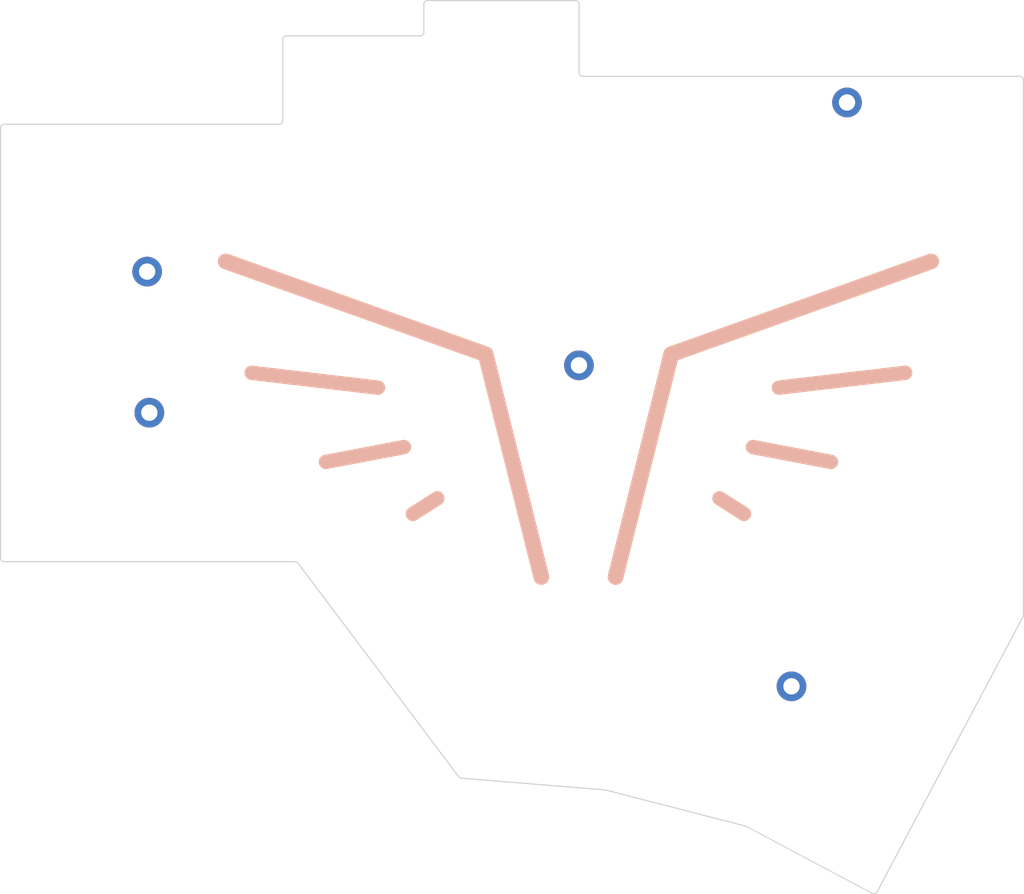
<source format=kicad_pcb>
(kicad_pcb (version 20221018) (generator pcbnew)
  (layers (0 "F.Cu" signal) (31 "B.Cu" signal) (34 "B.Paste" user) (35 "F.Paste" user) (36 "B.SilkS" user "B.Silkscreen") (37 "F.SilkS" user "F.Silkscreen") (38 "B.Mask" user) (39 "F.Mask" user) (44 "Edge.Cuts" user))
  (net 0 "")
  (footprint "" (layer "F.Cu") (at 147.217 87.011)
    (fp_text reference "" (at 0 0) (layer "F.SilkS") (effects (font (size 1.27 1.27))))
    (fp_text value "" (at 0 0) (layer "F.SilkS") (effects (font (size 1.27 1.27))))
    (pad "5" thru_hole circle (at 0 0) (size 4 4) (drill 2.2) (layers "*.Cu" "*.Mask"))
  )
  (footprint "keybs:wings_silkscreen_large" (layer "F.Cu") (at 147.15 98.23)
    (fp_text reference "REF**" hide)
    (fp_text value "wings_silkscreen_large" hide)
    (fp_line (start -27 -8.214) (end -44 -10.214) (stroke (width 1.939999)) (layer "F.SilkS"))
    (fp_line (start -23.5 -0.214) (end -34 1.786) (stroke (width 1.939999)) (layer "F.SilkS"))
    (fp_line (start -19 6.685998) (end -22.300001 8.786) (stroke (width 1.939999)) (layer "F.SilkS"))
    (fp_line (start -12.5 -12.714) (end -47.5 -25.214) (stroke (width 2.119999)) (layer "F.SilkS"))
    (fp_line (start -5 17.286) (end -12.5 -12.714) (stroke (width 2.119999)) (layer "F.SilkS"))
    (fp_line (start 5 17.286) (end 12.5 -12.714) (stroke (width 2.119999)) (layer "F.SilkS"))
    (fp_line (start 12.5 -12.714) (end 47.5 -25.214) (stroke (width 2.119999)) (layer "F.SilkS"))
    (fp_line (start 19 6.685998) (end 22.299995 8.786) (stroke (width 1.939999)) (layer "F.SilkS"))
    (fp_line (start 23.5 -0.214) (end 34 1.786) (stroke (width 1.939999)) (layer "F.SilkS"))
    (fp_line (start 27 -8.214) (end 44 -10.214) (stroke (width 1.939999)) (layer "F.SilkS"))
  )
  (footprint "" (layer "F.Cu") (at 89.067 74.386)
    (fp_text reference "" (at 0 0) (layer "F.SilkS") (effects (font (size 1.27 1.27))))
    (fp_text value "" (at 0 0) (layer "F.SilkS") (effects (font (size 1.27 1.27))))
    (pad "5" thru_hole circle (at 0 0) (size 4 4) (drill 2.2) (layers "*.Cu" "*.Mask"))
  )
  (footprint "" (layer "F.Cu") (at 183.317 51.611)
    (fp_text reference "" (at 0 0) (layer "F.SilkS") (effects (font (size 1.27 1.27))))
    (fp_text value "" (at 0 0) (layer "F.SilkS") (effects (font (size 1.27 1.27))))
    (pad "5" thru_hole circle (at 0 0) (size 4 4) (drill 2.2) (layers "*.Cu" "*.Mask"))
  )
  (footprint "" (layer "F.Cu") (at 89.367 93.386)
    (fp_text reference "" (at 0 0) (layer "F.SilkS") (effects (font (size 1.27 1.27))))
    (fp_text value "" (at 0 0) (layer "F.SilkS") (effects (font (size 1.27 1.27))))
    (pad "5" thru_hole circle (at 0 0) (size 4 4) (drill 2.2) (layers "*.Cu" "*.Mask"))
  )
  (footprint "" (layer "F.Cu") (at 175.842 130.236)
    (fp_text reference "" (at 0 0) (layer "F.SilkS") (effects (font (size 1.27 1.27))))
    (fp_text value "" (at 0 0) (layer "F.SilkS") (effects (font (size 1.27 1.27))))
    (pad "5" thru_hole circle (at 0 0) (size 4 4) (drill 2.2) (layers "*.Cu" "*.Mask"))
  )
  (footprint "keybs:wings_silkscreen_large" (layer "B.Cu") (at 147.15 98.23 180)
    (fp_text reference "REF**" hide)
    (fp_text value "wings_silkscreen_large" hide)
    (fp_line (start -27 8.214) (end -44 10.214) (stroke (width 1.939999)) (layer "B.SilkS"))
    (fp_line (start -23.5 0.214) (end -34 -1.786) (stroke (width 1.939999)) (layer "B.SilkS"))
    (fp_line (start -19 -6.685998) (end -22.300001 -8.786) (stroke (width 1.939999)) (layer "B.SilkS"))
    (fp_line (start -12.5 12.714) (end -47.5 25.214) (stroke (width 2.119999)) (layer "B.SilkS"))
    (fp_line (start -5 -17.286) (end -12.5 12.714) (stroke (width 2.119999)) (layer "B.SilkS"))
    (fp_line (start 5 -17.286) (end 12.5 12.714) (stroke (width 2.119999)) (layer "B.SilkS"))
    (fp_line (start 12.5 12.714) (end 47.5 25.214) (stroke (width 2.119999)) (layer "B.SilkS"))
    (fp_line (start 19 -6.685998) (end 22.299995 -8.786) (stroke (width 1.939999)) (layer "B.SilkS"))
    (fp_line (start 23.5 0.214) (end 34 -1.786) (stroke (width 1.939999)) (layer "B.SilkS"))
    (fp_line (start 27 8.214) (end 44 10.214) (stroke (width 1.939999)) (layer "B.SilkS"))
  )
  (gr_line (start 147.73 48.087) (end 206.58 48.087) (stroke (width 0.15)) (layer "Edge.Cuts"))
  (gr_line (start 126.33 42.147) (end 126.33 38.387) (stroke (width 0.15)) (layer "Edge.Cuts"))
  (gr_arc (start 107.33 54.047) (mid 107.183553 54.400553) (end 106.83 54.547) (stroke (width 0.15)) (layer "Edge.Cuts"))
  (gr_line (start 107.83 42.647) (end 125.83 42.647) (stroke (width 0.15)) (layer "Edge.Cuts"))
  (gr_line (start 69.33 112.947) (end 69.33 55.047) (stroke (width 0.15)) (layer "Edge.Cuts"))
  (gr_line (start 107.33 54.047) (end 107.33 43.147) (stroke (width 0.15)) (layer "Edge.Cuts"))
  (gr_arc (start 169.633554 149.050246) (mid 169.689783 149.068347) (end 169.743488 149.092946) (stroke (width 0.15)) (layer "Edge.Cuts"))
  (gr_arc (start 126.33 42.147) (mid 126.183553 42.500553) (end 125.83 42.647) (stroke (width 0.15)) (layer "Edge.Cuts"))
  (gr_line (start 147.23 38.387) (end 147.23 47.587) (stroke (width 0.15)) (layer "Edge.Cuts"))
  (gr_line (start 69.83 54.547) (end 106.83 54.547) (stroke (width 0.15)) (layer "Edge.Cuts"))
  (gr_arc (start 206.58 48.087) (mid 206.933553 48.233447) (end 207.08 48.587) (stroke (width 0.15)) (layer "Edge.Cuts"))
  (gr_line (start 207.08 48.587) (end 207.08 120.612628) (stroke (width 0.15)) (layer "Edge.Cuts"))
  (gr_line (start 186.696142 158.106832) (end 169.743488 149.092946) (stroke (width 0.15)) (layer "Edge.Cuts"))
  (gr_arc (start 126.33 38.387) (mid 126.476447 38.033447) (end 126.83 37.887) (stroke (width 0.15)) (layer "Edge.Cuts"))
  (gr_arc (start 146.73 37.887) (mid 147.083553 38.033447) (end 147.23 38.387) (stroke (width 0.15)) (layer "Edge.Cuts"))
  (gr_line (start 150.756702 144.192003) (end 131.382701 142.604785) (stroke (width 0.15)) (layer "Edge.Cuts"))
  (gr_line (start 126.83 37.887) (end 146.73 37.887) (stroke (width 0.15)) (layer "Edge.Cuts"))
  (gr_arc (start 147.73 48.087) (mid 147.376447 47.940553) (end 147.23 47.587) (stroke (width 0.15)) (layer "Edge.Cuts"))
  (gr_arc (start 69.83 113.447) (mid 69.476447 113.300553) (end 69.33 112.947) (stroke (width 0.15)) (layer "Edge.Cuts"))
  (gr_arc (start 131.382702 142.604785) (mid 131.182189 142.54436) (end 131.024017 142.407107) (stroke (width 0.15)) (layer "Edge.Cuts"))
  (gr_line (start 108.98051 113.447) (end 69.83 113.447) (stroke (width 0.15)) (layer "Edge.Cuts"))
  (gr_line (start 131.024017 142.407107) (end 109.38002 113.646348) (stroke (width 0.15)) (layer "Edge.Cuts"))
  (gr_arc (start 108.98051 113.447) (mid 109.20375 113.499608) (end 109.38002 113.646348) (stroke (width 0.15)) (layer "Edge.Cuts"))
  (gr_arc (start 207.079999 120.612627) (mid 207.065212 120.733322) (end 207.021731 120.846878) (stroke (width 0.15)) (layer "Edge.Cuts"))
  (gr_arc (start 107.33 43.147) (mid 107.476447 42.793447) (end 107.83 42.647) (stroke (width 0.15)) (layer "Edge.Cuts"))
  (gr_arc (start 187.37261 157.899609) (mid 187.077331 158.143437) (end 186.696142 158.106832) (stroke (width 0.15)) (layer "Edge.Cuts"))
  (gr_line (start 207.021731 120.846878) (end 187.372609 157.899609) (stroke (width 0.15)) (layer "Edge.Cuts"))
  (gr_line (start 169.633554 149.050245) (end 150.840678 144.20616) (stroke (width 0.15)) (layer "Edge.Cuts"))
  (gr_arc (start 150.756702 144.192004) (mid 150.798992 144.197288) (end 150.840678 144.20616) (stroke (width 0.15)) (layer "Edge.Cuts"))
  (gr_arc (start 69.33 55.047) (mid 69.476447 54.693447) (end 69.83 54.547) (stroke (width 0.15)) (layer "Edge.Cuts"))
)
</source>
